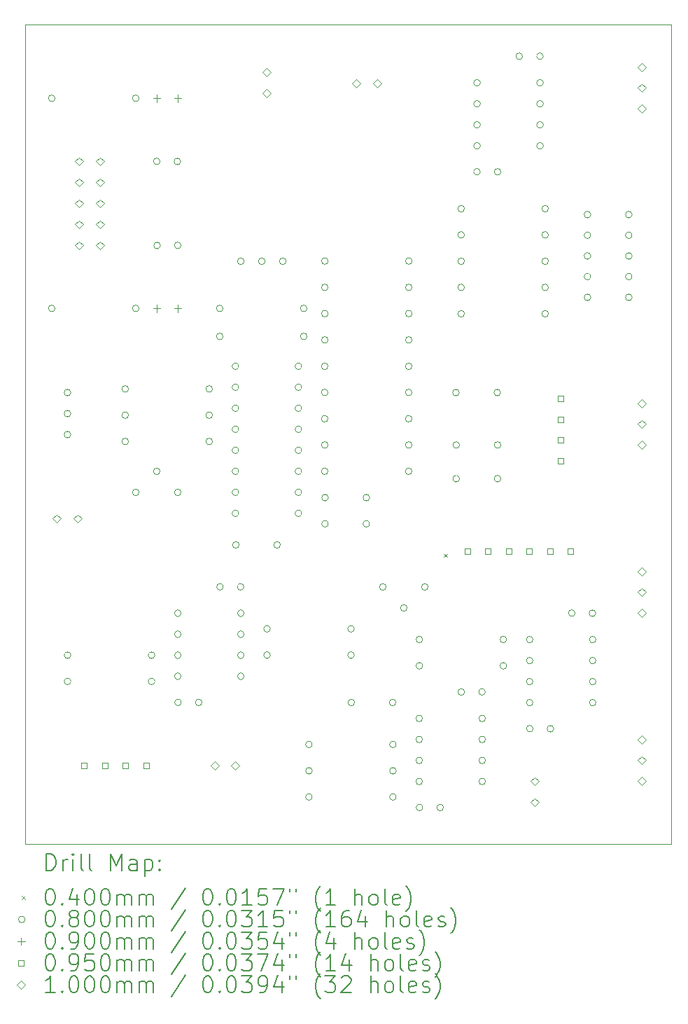
<source format=gbr>
%TF.GenerationSoftware,KiCad,Pcbnew,(6.0.11)*%
%TF.CreationDate,2023-07-27T19:07:24+09:00*%
%TF.ProjectId,3340VCO,33333430-5643-44f2-9e6b-696361645f70,1.0*%
%TF.SameCoordinates,Original*%
%TF.FileFunction,Drillmap*%
%TF.FilePolarity,Positive*%
%FSLAX45Y45*%
G04 Gerber Fmt 4.5, Leading zero omitted, Abs format (unit mm)*
G04 Created by KiCad (PCBNEW (6.0.11)) date 2023-07-27 19:07:24*
%MOMM*%
%LPD*%
G01*
G04 APERTURE LIST*
%ADD10C,0.100000*%
%ADD11C,0.200000*%
%ADD12C,0.040000*%
%ADD13C,0.080000*%
%ADD14C,0.090000*%
%ADD15C,0.095000*%
G04 APERTURE END LIST*
D10*
X17970500Y-5016500D02*
X10160000Y-5016500D01*
X10160000Y-5016500D02*
X10160000Y-14922500D01*
X10160000Y-14922500D02*
X17970500Y-14922500D01*
X17970500Y-14922500D02*
X17970500Y-5016500D01*
D11*
D12*
X15220000Y-11410000D02*
X15260000Y-11450000D01*
X15260000Y-11410000D02*
X15220000Y-11450000D01*
D13*
X10517500Y-5905500D02*
G75*
G03*
X10517500Y-5905500I-40000J0D01*
G01*
X10517500Y-8445500D02*
G75*
G03*
X10517500Y-8445500I-40000J0D01*
G01*
X10708000Y-9461500D02*
G75*
G03*
X10708000Y-9461500I-40000J0D01*
G01*
X10708000Y-9715500D02*
G75*
G03*
X10708000Y-9715500I-40000J0D01*
G01*
X10708000Y-9969500D02*
G75*
G03*
X10708000Y-9969500I-40000J0D01*
G01*
X10709000Y-12636500D02*
G75*
G03*
X10709000Y-12636500I-40000J0D01*
G01*
X10709000Y-12954000D02*
G75*
G03*
X10709000Y-12954000I-40000J0D01*
G01*
X11406500Y-9418000D02*
G75*
G03*
X11406500Y-9418000I-40000J0D01*
G01*
X11406500Y-9734500D02*
G75*
G03*
X11406500Y-9734500I-40000J0D01*
G01*
X11406500Y-10053000D02*
G75*
G03*
X11406500Y-10053000I-40000J0D01*
G01*
X11533500Y-5905500D02*
G75*
G03*
X11533500Y-5905500I-40000J0D01*
G01*
X11533500Y-8445500D02*
G75*
G03*
X11533500Y-8445500I-40000J0D01*
G01*
X11533500Y-10668000D02*
G75*
G03*
X11533500Y-10668000I-40000J0D01*
G01*
X11725000Y-12636500D02*
G75*
G03*
X11725000Y-12636500I-40000J0D01*
G01*
X11725000Y-12954000D02*
G75*
G03*
X11725000Y-12954000I-40000J0D01*
G01*
X11787500Y-6667500D02*
G75*
G03*
X11787500Y-6667500I-40000J0D01*
G01*
X11787500Y-10414000D02*
G75*
G03*
X11787500Y-10414000I-40000J0D01*
G01*
X11791500Y-7683500D02*
G75*
G03*
X11791500Y-7683500I-40000J0D01*
G01*
X12037500Y-6667500D02*
G75*
G03*
X12037500Y-6667500I-40000J0D01*
G01*
X12041500Y-7683500D02*
G75*
G03*
X12041500Y-7683500I-40000J0D01*
G01*
X12041500Y-10668000D02*
G75*
G03*
X12041500Y-10668000I-40000J0D01*
G01*
X12042500Y-12129500D02*
G75*
G03*
X12042500Y-12129500I-40000J0D01*
G01*
X12042500Y-12383500D02*
G75*
G03*
X12042500Y-12383500I-40000J0D01*
G01*
X12042500Y-12637500D02*
G75*
G03*
X12042500Y-12637500I-40000J0D01*
G01*
X12042500Y-12891500D02*
G75*
G03*
X12042500Y-12891500I-40000J0D01*
G01*
X12045500Y-13207000D02*
G75*
G03*
X12045500Y-13207000I-40000J0D01*
G01*
X12295500Y-13207000D02*
G75*
G03*
X12295500Y-13207000I-40000J0D01*
G01*
X12422500Y-9418000D02*
G75*
G03*
X12422500Y-9418000I-40000J0D01*
G01*
X12422500Y-9734500D02*
G75*
G03*
X12422500Y-9734500I-40000J0D01*
G01*
X12422500Y-10053000D02*
G75*
G03*
X12422500Y-10053000I-40000J0D01*
G01*
X12549500Y-8445500D02*
G75*
G03*
X12549500Y-8445500I-40000J0D01*
G01*
X12549500Y-8783000D02*
G75*
G03*
X12549500Y-8783000I-40000J0D01*
G01*
X12552500Y-11810000D02*
G75*
G03*
X12552500Y-11810000I-40000J0D01*
G01*
X12740000Y-9143000D02*
G75*
G03*
X12740000Y-9143000I-40000J0D01*
G01*
X12740000Y-9397000D02*
G75*
G03*
X12740000Y-9397000I-40000J0D01*
G01*
X12740000Y-9651000D02*
G75*
G03*
X12740000Y-9651000I-40000J0D01*
G01*
X12740000Y-9905000D02*
G75*
G03*
X12740000Y-9905000I-40000J0D01*
G01*
X12740000Y-10159000D02*
G75*
G03*
X12740000Y-10159000I-40000J0D01*
G01*
X12740000Y-10413000D02*
G75*
G03*
X12740000Y-10413000I-40000J0D01*
G01*
X12740000Y-10667000D02*
G75*
G03*
X12740000Y-10667000I-40000J0D01*
G01*
X12740000Y-10921000D02*
G75*
G03*
X12740000Y-10921000I-40000J0D01*
G01*
X12744000Y-11303000D02*
G75*
G03*
X12744000Y-11303000I-40000J0D01*
G01*
X12802500Y-11810000D02*
G75*
G03*
X12802500Y-11810000I-40000J0D01*
G01*
X12804500Y-7874000D02*
G75*
G03*
X12804500Y-7874000I-40000J0D01*
G01*
X12804500Y-12129500D02*
G75*
G03*
X12804500Y-12129500I-40000J0D01*
G01*
X12804500Y-12383500D02*
G75*
G03*
X12804500Y-12383500I-40000J0D01*
G01*
X12804500Y-12637500D02*
G75*
G03*
X12804500Y-12637500I-40000J0D01*
G01*
X12804500Y-12891500D02*
G75*
G03*
X12804500Y-12891500I-40000J0D01*
G01*
X13058500Y-7874000D02*
G75*
G03*
X13058500Y-7874000I-40000J0D01*
G01*
X13122000Y-12318000D02*
G75*
G03*
X13122000Y-12318000I-40000J0D01*
G01*
X13122000Y-12635500D02*
G75*
G03*
X13122000Y-12635500I-40000J0D01*
G01*
X13244000Y-11303000D02*
G75*
G03*
X13244000Y-11303000I-40000J0D01*
G01*
X13312500Y-7874000D02*
G75*
G03*
X13312500Y-7874000I-40000J0D01*
G01*
X13502000Y-9143000D02*
G75*
G03*
X13502000Y-9143000I-40000J0D01*
G01*
X13502000Y-9397000D02*
G75*
G03*
X13502000Y-9397000I-40000J0D01*
G01*
X13502000Y-9651000D02*
G75*
G03*
X13502000Y-9651000I-40000J0D01*
G01*
X13502000Y-9905000D02*
G75*
G03*
X13502000Y-9905000I-40000J0D01*
G01*
X13502000Y-10159000D02*
G75*
G03*
X13502000Y-10159000I-40000J0D01*
G01*
X13502000Y-10413000D02*
G75*
G03*
X13502000Y-10413000I-40000J0D01*
G01*
X13502000Y-10667000D02*
G75*
G03*
X13502000Y-10667000I-40000J0D01*
G01*
X13502000Y-10921000D02*
G75*
G03*
X13502000Y-10921000I-40000J0D01*
G01*
X13565500Y-8445500D02*
G75*
G03*
X13565500Y-8445500I-40000J0D01*
G01*
X13565500Y-8783000D02*
G75*
G03*
X13565500Y-8783000I-40000J0D01*
G01*
X13629000Y-13716000D02*
G75*
G03*
X13629000Y-13716000I-40000J0D01*
G01*
X13629000Y-14033500D02*
G75*
G03*
X13629000Y-14033500I-40000J0D01*
G01*
X13629000Y-14351000D02*
G75*
G03*
X13629000Y-14351000I-40000J0D01*
G01*
X13819500Y-9144000D02*
G75*
G03*
X13819500Y-9144000I-40000J0D01*
G01*
X13819500Y-9461500D02*
G75*
G03*
X13819500Y-9461500I-40000J0D01*
G01*
X13819500Y-9778000D02*
G75*
G03*
X13819500Y-9778000I-40000J0D01*
G01*
X13819500Y-10095500D02*
G75*
G03*
X13819500Y-10095500I-40000J0D01*
G01*
X13819500Y-10413000D02*
G75*
G03*
X13819500Y-10413000I-40000J0D01*
G01*
X13820500Y-7873000D02*
G75*
G03*
X13820500Y-7873000I-40000J0D01*
G01*
X13820500Y-8190500D02*
G75*
G03*
X13820500Y-8190500I-40000J0D01*
G01*
X13820500Y-8508000D02*
G75*
G03*
X13820500Y-8508000I-40000J0D01*
G01*
X13820500Y-8825500D02*
G75*
G03*
X13820500Y-8825500I-40000J0D01*
G01*
X13823500Y-10731500D02*
G75*
G03*
X13823500Y-10731500I-40000J0D01*
G01*
X13823500Y-11049000D02*
G75*
G03*
X13823500Y-11049000I-40000J0D01*
G01*
X14138000Y-12318000D02*
G75*
G03*
X14138000Y-12318000I-40000J0D01*
G01*
X14138000Y-12635500D02*
G75*
G03*
X14138000Y-12635500I-40000J0D01*
G01*
X14141000Y-13208000D02*
G75*
G03*
X14141000Y-13208000I-40000J0D01*
G01*
X14323500Y-10731500D02*
G75*
G03*
X14323500Y-10731500I-40000J0D01*
G01*
X14323500Y-11049000D02*
G75*
G03*
X14323500Y-11049000I-40000J0D01*
G01*
X14522000Y-11811000D02*
G75*
G03*
X14522000Y-11811000I-40000J0D01*
G01*
X14641000Y-13208000D02*
G75*
G03*
X14641000Y-13208000I-40000J0D01*
G01*
X14645000Y-13716000D02*
G75*
G03*
X14645000Y-13716000I-40000J0D01*
G01*
X14645000Y-14033500D02*
G75*
G03*
X14645000Y-14033500I-40000J0D01*
G01*
X14645000Y-14351000D02*
G75*
G03*
X14645000Y-14351000I-40000J0D01*
G01*
X14776000Y-12065000D02*
G75*
G03*
X14776000Y-12065000I-40000J0D01*
G01*
X14835500Y-9144000D02*
G75*
G03*
X14835500Y-9144000I-40000J0D01*
G01*
X14835500Y-9461500D02*
G75*
G03*
X14835500Y-9461500I-40000J0D01*
G01*
X14835500Y-9778000D02*
G75*
G03*
X14835500Y-9778000I-40000J0D01*
G01*
X14835500Y-10095500D02*
G75*
G03*
X14835500Y-10095500I-40000J0D01*
G01*
X14835500Y-10413000D02*
G75*
G03*
X14835500Y-10413000I-40000J0D01*
G01*
X14836500Y-7873000D02*
G75*
G03*
X14836500Y-7873000I-40000J0D01*
G01*
X14836500Y-8190500D02*
G75*
G03*
X14836500Y-8190500I-40000J0D01*
G01*
X14836500Y-8508000D02*
G75*
G03*
X14836500Y-8508000I-40000J0D01*
G01*
X14836500Y-8825500D02*
G75*
G03*
X14836500Y-8825500I-40000J0D01*
G01*
X14963500Y-13400500D02*
G75*
G03*
X14963500Y-13400500I-40000J0D01*
G01*
X14963500Y-13654500D02*
G75*
G03*
X14963500Y-13654500I-40000J0D01*
G01*
X14963500Y-13908500D02*
G75*
G03*
X14963500Y-13908500I-40000J0D01*
G01*
X14963500Y-14162500D02*
G75*
G03*
X14963500Y-14162500I-40000J0D01*
G01*
X14964500Y-12447000D02*
G75*
G03*
X14964500Y-12447000I-40000J0D01*
G01*
X14964500Y-12764500D02*
G75*
G03*
X14964500Y-12764500I-40000J0D01*
G01*
X14966500Y-14478000D02*
G75*
G03*
X14966500Y-14478000I-40000J0D01*
G01*
X15030000Y-11811000D02*
G75*
G03*
X15030000Y-11811000I-40000J0D01*
G01*
X15216500Y-14478000D02*
G75*
G03*
X15216500Y-14478000I-40000J0D01*
G01*
X15407000Y-9461500D02*
G75*
G03*
X15407000Y-9461500I-40000J0D01*
G01*
X15410252Y-10503332D02*
G75*
G03*
X15410252Y-10503332I-40000J0D01*
G01*
X15411000Y-10096500D02*
G75*
G03*
X15411000Y-10096500I-40000J0D01*
G01*
X15470500Y-7239000D02*
G75*
G03*
X15470500Y-7239000I-40000J0D01*
G01*
X15470500Y-7556500D02*
G75*
G03*
X15470500Y-7556500I-40000J0D01*
G01*
X15470500Y-7874000D02*
G75*
G03*
X15470500Y-7874000I-40000J0D01*
G01*
X15470500Y-8191500D02*
G75*
G03*
X15470500Y-8191500I-40000J0D01*
G01*
X15470500Y-8509000D02*
G75*
G03*
X15470500Y-8509000I-40000J0D01*
G01*
X15472500Y-13081000D02*
G75*
G03*
X15472500Y-13081000I-40000J0D01*
G01*
X15661000Y-6793500D02*
G75*
G03*
X15661000Y-6793500I-40000J0D01*
G01*
X15662000Y-5716000D02*
G75*
G03*
X15662000Y-5716000I-40000J0D01*
G01*
X15662000Y-5970000D02*
G75*
G03*
X15662000Y-5970000I-40000J0D01*
G01*
X15662000Y-6224000D02*
G75*
G03*
X15662000Y-6224000I-40000J0D01*
G01*
X15662000Y-6478000D02*
G75*
G03*
X15662000Y-6478000I-40000J0D01*
G01*
X15722500Y-13081000D02*
G75*
G03*
X15722500Y-13081000I-40000J0D01*
G01*
X15725500Y-13400500D02*
G75*
G03*
X15725500Y-13400500I-40000J0D01*
G01*
X15725500Y-13654500D02*
G75*
G03*
X15725500Y-13654500I-40000J0D01*
G01*
X15725500Y-13908500D02*
G75*
G03*
X15725500Y-13908500I-40000J0D01*
G01*
X15725500Y-14162500D02*
G75*
G03*
X15725500Y-14162500I-40000J0D01*
G01*
X15907000Y-9461500D02*
G75*
G03*
X15907000Y-9461500I-40000J0D01*
G01*
X15910252Y-10503332D02*
G75*
G03*
X15910252Y-10503332I-40000J0D01*
G01*
X15911000Y-6793500D02*
G75*
G03*
X15911000Y-6793500I-40000J0D01*
G01*
X15911000Y-10096500D02*
G75*
G03*
X15911000Y-10096500I-40000J0D01*
G01*
X15980500Y-12447000D02*
G75*
G03*
X15980500Y-12447000I-40000J0D01*
G01*
X15980500Y-12764500D02*
G75*
G03*
X15980500Y-12764500I-40000J0D01*
G01*
X16173000Y-5396500D02*
G75*
G03*
X16173000Y-5396500I-40000J0D01*
G01*
X16299000Y-12448000D02*
G75*
G03*
X16299000Y-12448000I-40000J0D01*
G01*
X16299000Y-12702000D02*
G75*
G03*
X16299000Y-12702000I-40000J0D01*
G01*
X16299000Y-12956000D02*
G75*
G03*
X16299000Y-12956000I-40000J0D01*
G01*
X16299000Y-13210000D02*
G75*
G03*
X16299000Y-13210000I-40000J0D01*
G01*
X16300000Y-13525500D02*
G75*
G03*
X16300000Y-13525500I-40000J0D01*
G01*
X16423000Y-5396500D02*
G75*
G03*
X16423000Y-5396500I-40000J0D01*
G01*
X16424000Y-5716000D02*
G75*
G03*
X16424000Y-5716000I-40000J0D01*
G01*
X16424000Y-5970000D02*
G75*
G03*
X16424000Y-5970000I-40000J0D01*
G01*
X16424000Y-6224000D02*
G75*
G03*
X16424000Y-6224000I-40000J0D01*
G01*
X16424000Y-6478000D02*
G75*
G03*
X16424000Y-6478000I-40000J0D01*
G01*
X16486500Y-7239000D02*
G75*
G03*
X16486500Y-7239000I-40000J0D01*
G01*
X16486500Y-7556500D02*
G75*
G03*
X16486500Y-7556500I-40000J0D01*
G01*
X16486500Y-7874000D02*
G75*
G03*
X16486500Y-7874000I-40000J0D01*
G01*
X16486500Y-8191500D02*
G75*
G03*
X16486500Y-8191500I-40000J0D01*
G01*
X16486500Y-8509000D02*
G75*
G03*
X16486500Y-8509000I-40000J0D01*
G01*
X16550000Y-13525500D02*
G75*
G03*
X16550000Y-13525500I-40000J0D01*
G01*
X16808000Y-12128500D02*
G75*
G03*
X16808000Y-12128500I-40000J0D01*
G01*
X16998250Y-7310500D02*
G75*
G03*
X16998250Y-7310500I-40000J0D01*
G01*
X16998250Y-7560500D02*
G75*
G03*
X16998250Y-7560500I-40000J0D01*
G01*
X16998250Y-7810500D02*
G75*
G03*
X16998250Y-7810500I-40000J0D01*
G01*
X16998250Y-8060500D02*
G75*
G03*
X16998250Y-8060500I-40000J0D01*
G01*
X16998250Y-8310500D02*
G75*
G03*
X16998250Y-8310500I-40000J0D01*
G01*
X17058000Y-12128500D02*
G75*
G03*
X17058000Y-12128500I-40000J0D01*
G01*
X17061000Y-12448000D02*
G75*
G03*
X17061000Y-12448000I-40000J0D01*
G01*
X17061000Y-12702000D02*
G75*
G03*
X17061000Y-12702000I-40000J0D01*
G01*
X17061000Y-12956000D02*
G75*
G03*
X17061000Y-12956000I-40000J0D01*
G01*
X17061000Y-13210000D02*
G75*
G03*
X17061000Y-13210000I-40000J0D01*
G01*
X17498250Y-7310500D02*
G75*
G03*
X17498250Y-7310500I-40000J0D01*
G01*
X17498250Y-7560500D02*
G75*
G03*
X17498250Y-7560500I-40000J0D01*
G01*
X17498250Y-7810500D02*
G75*
G03*
X17498250Y-7810500I-40000J0D01*
G01*
X17498250Y-8060500D02*
G75*
G03*
X17498250Y-8060500I-40000J0D01*
G01*
X17498250Y-8310500D02*
G75*
G03*
X17498250Y-8310500I-40000J0D01*
G01*
D14*
X11747500Y-5860500D02*
X11747500Y-5950500D01*
X11702500Y-5905500D02*
X11792500Y-5905500D01*
X11747500Y-8400500D02*
X11747500Y-8490500D01*
X11702500Y-8445500D02*
X11792500Y-8445500D01*
X12001500Y-5860500D02*
X12001500Y-5950500D01*
X11956500Y-5905500D02*
X12046500Y-5905500D01*
X12001500Y-8400500D02*
X12001500Y-8490500D01*
X11956500Y-8445500D02*
X12046500Y-8445500D01*
D15*
X10904088Y-14003588D02*
X10904088Y-13936412D01*
X10836912Y-13936412D01*
X10836912Y-14003588D01*
X10904088Y-14003588D01*
X11154088Y-14003588D02*
X11154088Y-13936412D01*
X11086912Y-13936412D01*
X11086912Y-14003588D01*
X11154088Y-14003588D01*
X11404088Y-14003588D02*
X11404088Y-13936412D01*
X11336912Y-13936412D01*
X11336912Y-14003588D01*
X11404088Y-14003588D01*
X11654088Y-14003588D02*
X11654088Y-13936412D01*
X11586912Y-13936412D01*
X11586912Y-14003588D01*
X11654088Y-14003588D01*
X15537588Y-11411088D02*
X15537588Y-11343912D01*
X15470412Y-11343912D01*
X15470412Y-11411088D01*
X15537588Y-11411088D01*
X15787588Y-11411088D02*
X15787588Y-11343912D01*
X15720412Y-11343912D01*
X15720412Y-11411088D01*
X15787588Y-11411088D01*
X16037588Y-11411088D02*
X16037588Y-11343912D01*
X15970412Y-11343912D01*
X15970412Y-11411088D01*
X16037588Y-11411088D01*
X16287588Y-11411088D02*
X16287588Y-11343912D01*
X16220412Y-11343912D01*
X16220412Y-11411088D01*
X16287588Y-11411088D01*
X16537588Y-11411088D02*
X16537588Y-11343912D01*
X16470412Y-11343912D01*
X16470412Y-11411088D01*
X16537588Y-11411088D01*
X16670588Y-9570588D02*
X16670588Y-9503412D01*
X16603412Y-9503412D01*
X16603412Y-9570588D01*
X16670588Y-9570588D01*
X16670588Y-9820588D02*
X16670588Y-9753412D01*
X16603412Y-9753412D01*
X16603412Y-9820588D01*
X16670588Y-9820588D01*
X16670588Y-10070588D02*
X16670588Y-10003412D01*
X16603412Y-10003412D01*
X16603412Y-10070588D01*
X16670588Y-10070588D01*
X16670588Y-10320588D02*
X16670588Y-10253412D01*
X16603412Y-10253412D01*
X16603412Y-10320588D01*
X16670588Y-10320588D01*
X16787588Y-11411088D02*
X16787588Y-11343912D01*
X16720412Y-11343912D01*
X16720412Y-11411088D01*
X16787588Y-11411088D01*
D10*
X10541000Y-11035500D02*
X10591000Y-10985500D01*
X10541000Y-10935500D01*
X10491000Y-10985500D01*
X10541000Y-11035500D01*
X10795000Y-11035500D02*
X10845000Y-10985500D01*
X10795000Y-10935500D01*
X10745000Y-10985500D01*
X10795000Y-11035500D01*
X10806750Y-6717500D02*
X10856750Y-6667500D01*
X10806750Y-6617500D01*
X10756750Y-6667500D01*
X10806750Y-6717500D01*
X10806750Y-6971500D02*
X10856750Y-6921500D01*
X10806750Y-6871500D01*
X10756750Y-6921500D01*
X10806750Y-6971500D01*
X10806750Y-7225500D02*
X10856750Y-7175500D01*
X10806750Y-7125500D01*
X10756750Y-7175500D01*
X10806750Y-7225500D01*
X10806750Y-7479500D02*
X10856750Y-7429500D01*
X10806750Y-7379500D01*
X10756750Y-7429500D01*
X10806750Y-7479500D01*
X10806750Y-7733500D02*
X10856750Y-7683500D01*
X10806750Y-7633500D01*
X10756750Y-7683500D01*
X10806750Y-7733500D01*
X11060750Y-6717500D02*
X11110750Y-6667500D01*
X11060750Y-6617500D01*
X11010750Y-6667500D01*
X11060750Y-6717500D01*
X11060750Y-6971500D02*
X11110750Y-6921500D01*
X11060750Y-6871500D01*
X11010750Y-6921500D01*
X11060750Y-6971500D01*
X11060750Y-7225500D02*
X11110750Y-7175500D01*
X11060750Y-7125500D01*
X11010750Y-7175500D01*
X11060750Y-7225500D01*
X11060750Y-7479500D02*
X11110750Y-7429500D01*
X11060750Y-7379500D01*
X11010750Y-7429500D01*
X11060750Y-7479500D01*
X11060750Y-7733500D02*
X11110750Y-7683500D01*
X11060750Y-7633500D01*
X11010750Y-7683500D01*
X11060750Y-7733500D01*
X12448000Y-14020000D02*
X12498000Y-13970000D01*
X12448000Y-13920000D01*
X12398000Y-13970000D01*
X12448000Y-14020000D01*
X12698000Y-14020000D02*
X12748000Y-13970000D01*
X12698000Y-13920000D01*
X12648000Y-13970000D01*
X12698000Y-14020000D01*
X13081000Y-5638000D02*
X13131000Y-5588000D01*
X13081000Y-5538000D01*
X13031000Y-5588000D01*
X13081000Y-5638000D01*
X13081000Y-5892000D02*
X13131000Y-5842000D01*
X13081000Y-5792000D01*
X13031000Y-5842000D01*
X13081000Y-5892000D01*
X14162500Y-5776000D02*
X14212500Y-5726000D01*
X14162500Y-5676000D01*
X14112500Y-5726000D01*
X14162500Y-5776000D01*
X14412500Y-5776000D02*
X14462500Y-5726000D01*
X14412500Y-5676000D01*
X14362500Y-5726000D01*
X14412500Y-5776000D01*
X16319500Y-14210500D02*
X16369500Y-14160500D01*
X16319500Y-14110500D01*
X16269500Y-14160500D01*
X16319500Y-14210500D01*
X16319500Y-14464500D02*
X16369500Y-14414500D01*
X16319500Y-14364500D01*
X16269500Y-14414500D01*
X16319500Y-14464500D01*
X17613000Y-5578500D02*
X17663000Y-5528500D01*
X17613000Y-5478500D01*
X17563000Y-5528500D01*
X17613000Y-5578500D01*
X17613000Y-5828500D02*
X17663000Y-5778500D01*
X17613000Y-5728500D01*
X17563000Y-5778500D01*
X17613000Y-5828500D01*
X17613000Y-6078500D02*
X17663000Y-6028500D01*
X17613000Y-5978500D01*
X17563000Y-6028500D01*
X17613000Y-6078500D01*
X17613000Y-9642500D02*
X17663000Y-9592500D01*
X17613000Y-9542500D01*
X17563000Y-9592500D01*
X17613000Y-9642500D01*
X17613000Y-9892500D02*
X17663000Y-9842500D01*
X17613000Y-9792500D01*
X17563000Y-9842500D01*
X17613000Y-9892500D01*
X17613000Y-10142500D02*
X17663000Y-10092500D01*
X17613000Y-10042500D01*
X17563000Y-10092500D01*
X17613000Y-10142500D01*
X17613000Y-11674500D02*
X17663000Y-11624500D01*
X17613000Y-11574500D01*
X17563000Y-11624500D01*
X17613000Y-11674500D01*
X17613000Y-11924500D02*
X17663000Y-11874500D01*
X17613000Y-11824500D01*
X17563000Y-11874500D01*
X17613000Y-11924500D01*
X17613000Y-12174500D02*
X17663000Y-12124500D01*
X17613000Y-12074500D01*
X17563000Y-12124500D01*
X17613000Y-12174500D01*
X17613000Y-13706500D02*
X17663000Y-13656500D01*
X17613000Y-13606500D01*
X17563000Y-13656500D01*
X17613000Y-13706500D01*
X17613000Y-13956500D02*
X17663000Y-13906500D01*
X17613000Y-13856500D01*
X17563000Y-13906500D01*
X17613000Y-13956500D01*
X17613000Y-14206500D02*
X17663000Y-14156500D01*
X17613000Y-14106500D01*
X17563000Y-14156500D01*
X17613000Y-14206500D01*
D11*
X10412619Y-15237976D02*
X10412619Y-15037976D01*
X10460238Y-15037976D01*
X10488810Y-15047500D01*
X10507857Y-15066548D01*
X10517381Y-15085595D01*
X10526905Y-15123690D01*
X10526905Y-15152262D01*
X10517381Y-15190357D01*
X10507857Y-15209405D01*
X10488810Y-15228452D01*
X10460238Y-15237976D01*
X10412619Y-15237976D01*
X10612619Y-15237976D02*
X10612619Y-15104643D01*
X10612619Y-15142738D02*
X10622143Y-15123690D01*
X10631667Y-15114167D01*
X10650714Y-15104643D01*
X10669762Y-15104643D01*
X10736429Y-15237976D02*
X10736429Y-15104643D01*
X10736429Y-15037976D02*
X10726905Y-15047500D01*
X10736429Y-15057024D01*
X10745952Y-15047500D01*
X10736429Y-15037976D01*
X10736429Y-15057024D01*
X10860238Y-15237976D02*
X10841190Y-15228452D01*
X10831667Y-15209405D01*
X10831667Y-15037976D01*
X10965000Y-15237976D02*
X10945952Y-15228452D01*
X10936429Y-15209405D01*
X10936429Y-15037976D01*
X11193571Y-15237976D02*
X11193571Y-15037976D01*
X11260238Y-15180833D01*
X11326905Y-15037976D01*
X11326905Y-15237976D01*
X11507857Y-15237976D02*
X11507857Y-15133214D01*
X11498333Y-15114167D01*
X11479286Y-15104643D01*
X11441190Y-15104643D01*
X11422143Y-15114167D01*
X11507857Y-15228452D02*
X11488809Y-15237976D01*
X11441190Y-15237976D01*
X11422143Y-15228452D01*
X11412619Y-15209405D01*
X11412619Y-15190357D01*
X11422143Y-15171309D01*
X11441190Y-15161786D01*
X11488809Y-15161786D01*
X11507857Y-15152262D01*
X11603095Y-15104643D02*
X11603095Y-15304643D01*
X11603095Y-15114167D02*
X11622143Y-15104643D01*
X11660238Y-15104643D01*
X11679286Y-15114167D01*
X11688809Y-15123690D01*
X11698333Y-15142738D01*
X11698333Y-15199881D01*
X11688809Y-15218928D01*
X11679286Y-15228452D01*
X11660238Y-15237976D01*
X11622143Y-15237976D01*
X11603095Y-15228452D01*
X11784048Y-15218928D02*
X11793571Y-15228452D01*
X11784048Y-15237976D01*
X11774524Y-15228452D01*
X11784048Y-15218928D01*
X11784048Y-15237976D01*
X11784048Y-15114167D02*
X11793571Y-15123690D01*
X11784048Y-15133214D01*
X11774524Y-15123690D01*
X11784048Y-15114167D01*
X11784048Y-15133214D01*
D12*
X10115000Y-15547500D02*
X10155000Y-15587500D01*
X10155000Y-15547500D02*
X10115000Y-15587500D01*
D11*
X10450714Y-15457976D02*
X10469762Y-15457976D01*
X10488810Y-15467500D01*
X10498333Y-15477024D01*
X10507857Y-15496071D01*
X10517381Y-15534167D01*
X10517381Y-15581786D01*
X10507857Y-15619881D01*
X10498333Y-15638928D01*
X10488810Y-15648452D01*
X10469762Y-15657976D01*
X10450714Y-15657976D01*
X10431667Y-15648452D01*
X10422143Y-15638928D01*
X10412619Y-15619881D01*
X10403095Y-15581786D01*
X10403095Y-15534167D01*
X10412619Y-15496071D01*
X10422143Y-15477024D01*
X10431667Y-15467500D01*
X10450714Y-15457976D01*
X10603095Y-15638928D02*
X10612619Y-15648452D01*
X10603095Y-15657976D01*
X10593571Y-15648452D01*
X10603095Y-15638928D01*
X10603095Y-15657976D01*
X10784048Y-15524643D02*
X10784048Y-15657976D01*
X10736429Y-15448452D02*
X10688810Y-15591309D01*
X10812619Y-15591309D01*
X10926905Y-15457976D02*
X10945952Y-15457976D01*
X10965000Y-15467500D01*
X10974524Y-15477024D01*
X10984048Y-15496071D01*
X10993571Y-15534167D01*
X10993571Y-15581786D01*
X10984048Y-15619881D01*
X10974524Y-15638928D01*
X10965000Y-15648452D01*
X10945952Y-15657976D01*
X10926905Y-15657976D01*
X10907857Y-15648452D01*
X10898333Y-15638928D01*
X10888810Y-15619881D01*
X10879286Y-15581786D01*
X10879286Y-15534167D01*
X10888810Y-15496071D01*
X10898333Y-15477024D01*
X10907857Y-15467500D01*
X10926905Y-15457976D01*
X11117381Y-15457976D02*
X11136429Y-15457976D01*
X11155476Y-15467500D01*
X11165000Y-15477024D01*
X11174524Y-15496071D01*
X11184048Y-15534167D01*
X11184048Y-15581786D01*
X11174524Y-15619881D01*
X11165000Y-15638928D01*
X11155476Y-15648452D01*
X11136429Y-15657976D01*
X11117381Y-15657976D01*
X11098333Y-15648452D01*
X11088810Y-15638928D01*
X11079286Y-15619881D01*
X11069762Y-15581786D01*
X11069762Y-15534167D01*
X11079286Y-15496071D01*
X11088810Y-15477024D01*
X11098333Y-15467500D01*
X11117381Y-15457976D01*
X11269762Y-15657976D02*
X11269762Y-15524643D01*
X11269762Y-15543690D02*
X11279286Y-15534167D01*
X11298333Y-15524643D01*
X11326905Y-15524643D01*
X11345952Y-15534167D01*
X11355476Y-15553214D01*
X11355476Y-15657976D01*
X11355476Y-15553214D02*
X11365000Y-15534167D01*
X11384048Y-15524643D01*
X11412619Y-15524643D01*
X11431667Y-15534167D01*
X11441190Y-15553214D01*
X11441190Y-15657976D01*
X11536428Y-15657976D02*
X11536428Y-15524643D01*
X11536428Y-15543690D02*
X11545952Y-15534167D01*
X11565000Y-15524643D01*
X11593571Y-15524643D01*
X11612619Y-15534167D01*
X11622143Y-15553214D01*
X11622143Y-15657976D01*
X11622143Y-15553214D02*
X11631667Y-15534167D01*
X11650714Y-15524643D01*
X11679286Y-15524643D01*
X11698333Y-15534167D01*
X11707857Y-15553214D01*
X11707857Y-15657976D01*
X12098333Y-15448452D02*
X11926905Y-15705595D01*
X12355476Y-15457976D02*
X12374524Y-15457976D01*
X12393571Y-15467500D01*
X12403095Y-15477024D01*
X12412619Y-15496071D01*
X12422143Y-15534167D01*
X12422143Y-15581786D01*
X12412619Y-15619881D01*
X12403095Y-15638928D01*
X12393571Y-15648452D01*
X12374524Y-15657976D01*
X12355476Y-15657976D01*
X12336428Y-15648452D01*
X12326905Y-15638928D01*
X12317381Y-15619881D01*
X12307857Y-15581786D01*
X12307857Y-15534167D01*
X12317381Y-15496071D01*
X12326905Y-15477024D01*
X12336428Y-15467500D01*
X12355476Y-15457976D01*
X12507857Y-15638928D02*
X12517381Y-15648452D01*
X12507857Y-15657976D01*
X12498333Y-15648452D01*
X12507857Y-15638928D01*
X12507857Y-15657976D01*
X12641190Y-15457976D02*
X12660238Y-15457976D01*
X12679286Y-15467500D01*
X12688809Y-15477024D01*
X12698333Y-15496071D01*
X12707857Y-15534167D01*
X12707857Y-15581786D01*
X12698333Y-15619881D01*
X12688809Y-15638928D01*
X12679286Y-15648452D01*
X12660238Y-15657976D01*
X12641190Y-15657976D01*
X12622143Y-15648452D01*
X12612619Y-15638928D01*
X12603095Y-15619881D01*
X12593571Y-15581786D01*
X12593571Y-15534167D01*
X12603095Y-15496071D01*
X12612619Y-15477024D01*
X12622143Y-15467500D01*
X12641190Y-15457976D01*
X12898333Y-15657976D02*
X12784048Y-15657976D01*
X12841190Y-15657976D02*
X12841190Y-15457976D01*
X12822143Y-15486548D01*
X12803095Y-15505595D01*
X12784048Y-15515119D01*
X13079286Y-15457976D02*
X12984048Y-15457976D01*
X12974524Y-15553214D01*
X12984048Y-15543690D01*
X13003095Y-15534167D01*
X13050714Y-15534167D01*
X13069762Y-15543690D01*
X13079286Y-15553214D01*
X13088809Y-15572262D01*
X13088809Y-15619881D01*
X13079286Y-15638928D01*
X13069762Y-15648452D01*
X13050714Y-15657976D01*
X13003095Y-15657976D01*
X12984048Y-15648452D01*
X12974524Y-15638928D01*
X13155476Y-15457976D02*
X13288809Y-15457976D01*
X13203095Y-15657976D01*
X13355476Y-15457976D02*
X13355476Y-15496071D01*
X13431667Y-15457976D02*
X13431667Y-15496071D01*
X13726905Y-15734167D02*
X13717381Y-15724643D01*
X13698333Y-15696071D01*
X13688809Y-15677024D01*
X13679286Y-15648452D01*
X13669762Y-15600833D01*
X13669762Y-15562738D01*
X13679286Y-15515119D01*
X13688809Y-15486548D01*
X13698333Y-15467500D01*
X13717381Y-15438928D01*
X13726905Y-15429405D01*
X13907857Y-15657976D02*
X13793571Y-15657976D01*
X13850714Y-15657976D02*
X13850714Y-15457976D01*
X13831667Y-15486548D01*
X13812619Y-15505595D01*
X13793571Y-15515119D01*
X14145952Y-15657976D02*
X14145952Y-15457976D01*
X14231667Y-15657976D02*
X14231667Y-15553214D01*
X14222143Y-15534167D01*
X14203095Y-15524643D01*
X14174524Y-15524643D01*
X14155476Y-15534167D01*
X14145952Y-15543690D01*
X14355476Y-15657976D02*
X14336428Y-15648452D01*
X14326905Y-15638928D01*
X14317381Y-15619881D01*
X14317381Y-15562738D01*
X14326905Y-15543690D01*
X14336428Y-15534167D01*
X14355476Y-15524643D01*
X14384048Y-15524643D01*
X14403095Y-15534167D01*
X14412619Y-15543690D01*
X14422143Y-15562738D01*
X14422143Y-15619881D01*
X14412619Y-15638928D01*
X14403095Y-15648452D01*
X14384048Y-15657976D01*
X14355476Y-15657976D01*
X14536428Y-15657976D02*
X14517381Y-15648452D01*
X14507857Y-15629405D01*
X14507857Y-15457976D01*
X14688809Y-15648452D02*
X14669762Y-15657976D01*
X14631667Y-15657976D01*
X14612619Y-15648452D01*
X14603095Y-15629405D01*
X14603095Y-15553214D01*
X14612619Y-15534167D01*
X14631667Y-15524643D01*
X14669762Y-15524643D01*
X14688809Y-15534167D01*
X14698333Y-15553214D01*
X14698333Y-15572262D01*
X14603095Y-15591309D01*
X14765000Y-15734167D02*
X14774524Y-15724643D01*
X14793571Y-15696071D01*
X14803095Y-15677024D01*
X14812619Y-15648452D01*
X14822143Y-15600833D01*
X14822143Y-15562738D01*
X14812619Y-15515119D01*
X14803095Y-15486548D01*
X14793571Y-15467500D01*
X14774524Y-15438928D01*
X14765000Y-15429405D01*
D13*
X10155000Y-15831500D02*
G75*
G03*
X10155000Y-15831500I-40000J0D01*
G01*
D11*
X10450714Y-15721976D02*
X10469762Y-15721976D01*
X10488810Y-15731500D01*
X10498333Y-15741024D01*
X10507857Y-15760071D01*
X10517381Y-15798167D01*
X10517381Y-15845786D01*
X10507857Y-15883881D01*
X10498333Y-15902928D01*
X10488810Y-15912452D01*
X10469762Y-15921976D01*
X10450714Y-15921976D01*
X10431667Y-15912452D01*
X10422143Y-15902928D01*
X10412619Y-15883881D01*
X10403095Y-15845786D01*
X10403095Y-15798167D01*
X10412619Y-15760071D01*
X10422143Y-15741024D01*
X10431667Y-15731500D01*
X10450714Y-15721976D01*
X10603095Y-15902928D02*
X10612619Y-15912452D01*
X10603095Y-15921976D01*
X10593571Y-15912452D01*
X10603095Y-15902928D01*
X10603095Y-15921976D01*
X10726905Y-15807690D02*
X10707857Y-15798167D01*
X10698333Y-15788643D01*
X10688810Y-15769595D01*
X10688810Y-15760071D01*
X10698333Y-15741024D01*
X10707857Y-15731500D01*
X10726905Y-15721976D01*
X10765000Y-15721976D01*
X10784048Y-15731500D01*
X10793571Y-15741024D01*
X10803095Y-15760071D01*
X10803095Y-15769595D01*
X10793571Y-15788643D01*
X10784048Y-15798167D01*
X10765000Y-15807690D01*
X10726905Y-15807690D01*
X10707857Y-15817214D01*
X10698333Y-15826738D01*
X10688810Y-15845786D01*
X10688810Y-15883881D01*
X10698333Y-15902928D01*
X10707857Y-15912452D01*
X10726905Y-15921976D01*
X10765000Y-15921976D01*
X10784048Y-15912452D01*
X10793571Y-15902928D01*
X10803095Y-15883881D01*
X10803095Y-15845786D01*
X10793571Y-15826738D01*
X10784048Y-15817214D01*
X10765000Y-15807690D01*
X10926905Y-15721976D02*
X10945952Y-15721976D01*
X10965000Y-15731500D01*
X10974524Y-15741024D01*
X10984048Y-15760071D01*
X10993571Y-15798167D01*
X10993571Y-15845786D01*
X10984048Y-15883881D01*
X10974524Y-15902928D01*
X10965000Y-15912452D01*
X10945952Y-15921976D01*
X10926905Y-15921976D01*
X10907857Y-15912452D01*
X10898333Y-15902928D01*
X10888810Y-15883881D01*
X10879286Y-15845786D01*
X10879286Y-15798167D01*
X10888810Y-15760071D01*
X10898333Y-15741024D01*
X10907857Y-15731500D01*
X10926905Y-15721976D01*
X11117381Y-15721976D02*
X11136429Y-15721976D01*
X11155476Y-15731500D01*
X11165000Y-15741024D01*
X11174524Y-15760071D01*
X11184048Y-15798167D01*
X11184048Y-15845786D01*
X11174524Y-15883881D01*
X11165000Y-15902928D01*
X11155476Y-15912452D01*
X11136429Y-15921976D01*
X11117381Y-15921976D01*
X11098333Y-15912452D01*
X11088810Y-15902928D01*
X11079286Y-15883881D01*
X11069762Y-15845786D01*
X11069762Y-15798167D01*
X11079286Y-15760071D01*
X11088810Y-15741024D01*
X11098333Y-15731500D01*
X11117381Y-15721976D01*
X11269762Y-15921976D02*
X11269762Y-15788643D01*
X11269762Y-15807690D02*
X11279286Y-15798167D01*
X11298333Y-15788643D01*
X11326905Y-15788643D01*
X11345952Y-15798167D01*
X11355476Y-15817214D01*
X11355476Y-15921976D01*
X11355476Y-15817214D02*
X11365000Y-15798167D01*
X11384048Y-15788643D01*
X11412619Y-15788643D01*
X11431667Y-15798167D01*
X11441190Y-15817214D01*
X11441190Y-15921976D01*
X11536428Y-15921976D02*
X11536428Y-15788643D01*
X11536428Y-15807690D02*
X11545952Y-15798167D01*
X11565000Y-15788643D01*
X11593571Y-15788643D01*
X11612619Y-15798167D01*
X11622143Y-15817214D01*
X11622143Y-15921976D01*
X11622143Y-15817214D02*
X11631667Y-15798167D01*
X11650714Y-15788643D01*
X11679286Y-15788643D01*
X11698333Y-15798167D01*
X11707857Y-15817214D01*
X11707857Y-15921976D01*
X12098333Y-15712452D02*
X11926905Y-15969595D01*
X12355476Y-15721976D02*
X12374524Y-15721976D01*
X12393571Y-15731500D01*
X12403095Y-15741024D01*
X12412619Y-15760071D01*
X12422143Y-15798167D01*
X12422143Y-15845786D01*
X12412619Y-15883881D01*
X12403095Y-15902928D01*
X12393571Y-15912452D01*
X12374524Y-15921976D01*
X12355476Y-15921976D01*
X12336428Y-15912452D01*
X12326905Y-15902928D01*
X12317381Y-15883881D01*
X12307857Y-15845786D01*
X12307857Y-15798167D01*
X12317381Y-15760071D01*
X12326905Y-15741024D01*
X12336428Y-15731500D01*
X12355476Y-15721976D01*
X12507857Y-15902928D02*
X12517381Y-15912452D01*
X12507857Y-15921976D01*
X12498333Y-15912452D01*
X12507857Y-15902928D01*
X12507857Y-15921976D01*
X12641190Y-15721976D02*
X12660238Y-15721976D01*
X12679286Y-15731500D01*
X12688809Y-15741024D01*
X12698333Y-15760071D01*
X12707857Y-15798167D01*
X12707857Y-15845786D01*
X12698333Y-15883881D01*
X12688809Y-15902928D01*
X12679286Y-15912452D01*
X12660238Y-15921976D01*
X12641190Y-15921976D01*
X12622143Y-15912452D01*
X12612619Y-15902928D01*
X12603095Y-15883881D01*
X12593571Y-15845786D01*
X12593571Y-15798167D01*
X12603095Y-15760071D01*
X12612619Y-15741024D01*
X12622143Y-15731500D01*
X12641190Y-15721976D01*
X12774524Y-15721976D02*
X12898333Y-15721976D01*
X12831667Y-15798167D01*
X12860238Y-15798167D01*
X12879286Y-15807690D01*
X12888809Y-15817214D01*
X12898333Y-15836262D01*
X12898333Y-15883881D01*
X12888809Y-15902928D01*
X12879286Y-15912452D01*
X12860238Y-15921976D01*
X12803095Y-15921976D01*
X12784048Y-15912452D01*
X12774524Y-15902928D01*
X13088809Y-15921976D02*
X12974524Y-15921976D01*
X13031667Y-15921976D02*
X13031667Y-15721976D01*
X13012619Y-15750548D01*
X12993571Y-15769595D01*
X12974524Y-15779119D01*
X13269762Y-15721976D02*
X13174524Y-15721976D01*
X13165000Y-15817214D01*
X13174524Y-15807690D01*
X13193571Y-15798167D01*
X13241190Y-15798167D01*
X13260238Y-15807690D01*
X13269762Y-15817214D01*
X13279286Y-15836262D01*
X13279286Y-15883881D01*
X13269762Y-15902928D01*
X13260238Y-15912452D01*
X13241190Y-15921976D01*
X13193571Y-15921976D01*
X13174524Y-15912452D01*
X13165000Y-15902928D01*
X13355476Y-15721976D02*
X13355476Y-15760071D01*
X13431667Y-15721976D02*
X13431667Y-15760071D01*
X13726905Y-15998167D02*
X13717381Y-15988643D01*
X13698333Y-15960071D01*
X13688809Y-15941024D01*
X13679286Y-15912452D01*
X13669762Y-15864833D01*
X13669762Y-15826738D01*
X13679286Y-15779119D01*
X13688809Y-15750548D01*
X13698333Y-15731500D01*
X13717381Y-15702928D01*
X13726905Y-15693405D01*
X13907857Y-15921976D02*
X13793571Y-15921976D01*
X13850714Y-15921976D02*
X13850714Y-15721976D01*
X13831667Y-15750548D01*
X13812619Y-15769595D01*
X13793571Y-15779119D01*
X14079286Y-15721976D02*
X14041190Y-15721976D01*
X14022143Y-15731500D01*
X14012619Y-15741024D01*
X13993571Y-15769595D01*
X13984048Y-15807690D01*
X13984048Y-15883881D01*
X13993571Y-15902928D01*
X14003095Y-15912452D01*
X14022143Y-15921976D01*
X14060238Y-15921976D01*
X14079286Y-15912452D01*
X14088809Y-15902928D01*
X14098333Y-15883881D01*
X14098333Y-15836262D01*
X14088809Y-15817214D01*
X14079286Y-15807690D01*
X14060238Y-15798167D01*
X14022143Y-15798167D01*
X14003095Y-15807690D01*
X13993571Y-15817214D01*
X13984048Y-15836262D01*
X14269762Y-15788643D02*
X14269762Y-15921976D01*
X14222143Y-15712452D02*
X14174524Y-15855309D01*
X14298333Y-15855309D01*
X14526905Y-15921976D02*
X14526905Y-15721976D01*
X14612619Y-15921976D02*
X14612619Y-15817214D01*
X14603095Y-15798167D01*
X14584048Y-15788643D01*
X14555476Y-15788643D01*
X14536428Y-15798167D01*
X14526905Y-15807690D01*
X14736428Y-15921976D02*
X14717381Y-15912452D01*
X14707857Y-15902928D01*
X14698333Y-15883881D01*
X14698333Y-15826738D01*
X14707857Y-15807690D01*
X14717381Y-15798167D01*
X14736428Y-15788643D01*
X14765000Y-15788643D01*
X14784048Y-15798167D01*
X14793571Y-15807690D01*
X14803095Y-15826738D01*
X14803095Y-15883881D01*
X14793571Y-15902928D01*
X14784048Y-15912452D01*
X14765000Y-15921976D01*
X14736428Y-15921976D01*
X14917381Y-15921976D02*
X14898333Y-15912452D01*
X14888809Y-15893405D01*
X14888809Y-15721976D01*
X15069762Y-15912452D02*
X15050714Y-15921976D01*
X15012619Y-15921976D01*
X14993571Y-15912452D01*
X14984048Y-15893405D01*
X14984048Y-15817214D01*
X14993571Y-15798167D01*
X15012619Y-15788643D01*
X15050714Y-15788643D01*
X15069762Y-15798167D01*
X15079286Y-15817214D01*
X15079286Y-15836262D01*
X14984048Y-15855309D01*
X15155476Y-15912452D02*
X15174524Y-15921976D01*
X15212619Y-15921976D01*
X15231667Y-15912452D01*
X15241190Y-15893405D01*
X15241190Y-15883881D01*
X15231667Y-15864833D01*
X15212619Y-15855309D01*
X15184048Y-15855309D01*
X15165000Y-15845786D01*
X15155476Y-15826738D01*
X15155476Y-15817214D01*
X15165000Y-15798167D01*
X15184048Y-15788643D01*
X15212619Y-15788643D01*
X15231667Y-15798167D01*
X15307857Y-15998167D02*
X15317381Y-15988643D01*
X15336428Y-15960071D01*
X15345952Y-15941024D01*
X15355476Y-15912452D01*
X15365000Y-15864833D01*
X15365000Y-15826738D01*
X15355476Y-15779119D01*
X15345952Y-15750548D01*
X15336428Y-15731500D01*
X15317381Y-15702928D01*
X15307857Y-15693405D01*
D14*
X10110000Y-16050500D02*
X10110000Y-16140500D01*
X10065000Y-16095500D02*
X10155000Y-16095500D01*
D11*
X10450714Y-15985976D02*
X10469762Y-15985976D01*
X10488810Y-15995500D01*
X10498333Y-16005024D01*
X10507857Y-16024071D01*
X10517381Y-16062167D01*
X10517381Y-16109786D01*
X10507857Y-16147881D01*
X10498333Y-16166928D01*
X10488810Y-16176452D01*
X10469762Y-16185976D01*
X10450714Y-16185976D01*
X10431667Y-16176452D01*
X10422143Y-16166928D01*
X10412619Y-16147881D01*
X10403095Y-16109786D01*
X10403095Y-16062167D01*
X10412619Y-16024071D01*
X10422143Y-16005024D01*
X10431667Y-15995500D01*
X10450714Y-15985976D01*
X10603095Y-16166928D02*
X10612619Y-16176452D01*
X10603095Y-16185976D01*
X10593571Y-16176452D01*
X10603095Y-16166928D01*
X10603095Y-16185976D01*
X10707857Y-16185976D02*
X10745952Y-16185976D01*
X10765000Y-16176452D01*
X10774524Y-16166928D01*
X10793571Y-16138357D01*
X10803095Y-16100262D01*
X10803095Y-16024071D01*
X10793571Y-16005024D01*
X10784048Y-15995500D01*
X10765000Y-15985976D01*
X10726905Y-15985976D01*
X10707857Y-15995500D01*
X10698333Y-16005024D01*
X10688810Y-16024071D01*
X10688810Y-16071690D01*
X10698333Y-16090738D01*
X10707857Y-16100262D01*
X10726905Y-16109786D01*
X10765000Y-16109786D01*
X10784048Y-16100262D01*
X10793571Y-16090738D01*
X10803095Y-16071690D01*
X10926905Y-15985976D02*
X10945952Y-15985976D01*
X10965000Y-15995500D01*
X10974524Y-16005024D01*
X10984048Y-16024071D01*
X10993571Y-16062167D01*
X10993571Y-16109786D01*
X10984048Y-16147881D01*
X10974524Y-16166928D01*
X10965000Y-16176452D01*
X10945952Y-16185976D01*
X10926905Y-16185976D01*
X10907857Y-16176452D01*
X10898333Y-16166928D01*
X10888810Y-16147881D01*
X10879286Y-16109786D01*
X10879286Y-16062167D01*
X10888810Y-16024071D01*
X10898333Y-16005024D01*
X10907857Y-15995500D01*
X10926905Y-15985976D01*
X11117381Y-15985976D02*
X11136429Y-15985976D01*
X11155476Y-15995500D01*
X11165000Y-16005024D01*
X11174524Y-16024071D01*
X11184048Y-16062167D01*
X11184048Y-16109786D01*
X11174524Y-16147881D01*
X11165000Y-16166928D01*
X11155476Y-16176452D01*
X11136429Y-16185976D01*
X11117381Y-16185976D01*
X11098333Y-16176452D01*
X11088810Y-16166928D01*
X11079286Y-16147881D01*
X11069762Y-16109786D01*
X11069762Y-16062167D01*
X11079286Y-16024071D01*
X11088810Y-16005024D01*
X11098333Y-15995500D01*
X11117381Y-15985976D01*
X11269762Y-16185976D02*
X11269762Y-16052643D01*
X11269762Y-16071690D02*
X11279286Y-16062167D01*
X11298333Y-16052643D01*
X11326905Y-16052643D01*
X11345952Y-16062167D01*
X11355476Y-16081214D01*
X11355476Y-16185976D01*
X11355476Y-16081214D02*
X11365000Y-16062167D01*
X11384048Y-16052643D01*
X11412619Y-16052643D01*
X11431667Y-16062167D01*
X11441190Y-16081214D01*
X11441190Y-16185976D01*
X11536428Y-16185976D02*
X11536428Y-16052643D01*
X11536428Y-16071690D02*
X11545952Y-16062167D01*
X11565000Y-16052643D01*
X11593571Y-16052643D01*
X11612619Y-16062167D01*
X11622143Y-16081214D01*
X11622143Y-16185976D01*
X11622143Y-16081214D02*
X11631667Y-16062167D01*
X11650714Y-16052643D01*
X11679286Y-16052643D01*
X11698333Y-16062167D01*
X11707857Y-16081214D01*
X11707857Y-16185976D01*
X12098333Y-15976452D02*
X11926905Y-16233595D01*
X12355476Y-15985976D02*
X12374524Y-15985976D01*
X12393571Y-15995500D01*
X12403095Y-16005024D01*
X12412619Y-16024071D01*
X12422143Y-16062167D01*
X12422143Y-16109786D01*
X12412619Y-16147881D01*
X12403095Y-16166928D01*
X12393571Y-16176452D01*
X12374524Y-16185976D01*
X12355476Y-16185976D01*
X12336428Y-16176452D01*
X12326905Y-16166928D01*
X12317381Y-16147881D01*
X12307857Y-16109786D01*
X12307857Y-16062167D01*
X12317381Y-16024071D01*
X12326905Y-16005024D01*
X12336428Y-15995500D01*
X12355476Y-15985976D01*
X12507857Y-16166928D02*
X12517381Y-16176452D01*
X12507857Y-16185976D01*
X12498333Y-16176452D01*
X12507857Y-16166928D01*
X12507857Y-16185976D01*
X12641190Y-15985976D02*
X12660238Y-15985976D01*
X12679286Y-15995500D01*
X12688809Y-16005024D01*
X12698333Y-16024071D01*
X12707857Y-16062167D01*
X12707857Y-16109786D01*
X12698333Y-16147881D01*
X12688809Y-16166928D01*
X12679286Y-16176452D01*
X12660238Y-16185976D01*
X12641190Y-16185976D01*
X12622143Y-16176452D01*
X12612619Y-16166928D01*
X12603095Y-16147881D01*
X12593571Y-16109786D01*
X12593571Y-16062167D01*
X12603095Y-16024071D01*
X12612619Y-16005024D01*
X12622143Y-15995500D01*
X12641190Y-15985976D01*
X12774524Y-15985976D02*
X12898333Y-15985976D01*
X12831667Y-16062167D01*
X12860238Y-16062167D01*
X12879286Y-16071690D01*
X12888809Y-16081214D01*
X12898333Y-16100262D01*
X12898333Y-16147881D01*
X12888809Y-16166928D01*
X12879286Y-16176452D01*
X12860238Y-16185976D01*
X12803095Y-16185976D01*
X12784048Y-16176452D01*
X12774524Y-16166928D01*
X13079286Y-15985976D02*
X12984048Y-15985976D01*
X12974524Y-16081214D01*
X12984048Y-16071690D01*
X13003095Y-16062167D01*
X13050714Y-16062167D01*
X13069762Y-16071690D01*
X13079286Y-16081214D01*
X13088809Y-16100262D01*
X13088809Y-16147881D01*
X13079286Y-16166928D01*
X13069762Y-16176452D01*
X13050714Y-16185976D01*
X13003095Y-16185976D01*
X12984048Y-16176452D01*
X12974524Y-16166928D01*
X13260238Y-16052643D02*
X13260238Y-16185976D01*
X13212619Y-15976452D02*
X13165000Y-16119309D01*
X13288809Y-16119309D01*
X13355476Y-15985976D02*
X13355476Y-16024071D01*
X13431667Y-15985976D02*
X13431667Y-16024071D01*
X13726905Y-16262167D02*
X13717381Y-16252643D01*
X13698333Y-16224071D01*
X13688809Y-16205024D01*
X13679286Y-16176452D01*
X13669762Y-16128833D01*
X13669762Y-16090738D01*
X13679286Y-16043119D01*
X13688809Y-16014548D01*
X13698333Y-15995500D01*
X13717381Y-15966928D01*
X13726905Y-15957405D01*
X13888809Y-16052643D02*
X13888809Y-16185976D01*
X13841190Y-15976452D02*
X13793571Y-16119309D01*
X13917381Y-16119309D01*
X14145952Y-16185976D02*
X14145952Y-15985976D01*
X14231667Y-16185976D02*
X14231667Y-16081214D01*
X14222143Y-16062167D01*
X14203095Y-16052643D01*
X14174524Y-16052643D01*
X14155476Y-16062167D01*
X14145952Y-16071690D01*
X14355476Y-16185976D02*
X14336428Y-16176452D01*
X14326905Y-16166928D01*
X14317381Y-16147881D01*
X14317381Y-16090738D01*
X14326905Y-16071690D01*
X14336428Y-16062167D01*
X14355476Y-16052643D01*
X14384048Y-16052643D01*
X14403095Y-16062167D01*
X14412619Y-16071690D01*
X14422143Y-16090738D01*
X14422143Y-16147881D01*
X14412619Y-16166928D01*
X14403095Y-16176452D01*
X14384048Y-16185976D01*
X14355476Y-16185976D01*
X14536428Y-16185976D02*
X14517381Y-16176452D01*
X14507857Y-16157405D01*
X14507857Y-15985976D01*
X14688809Y-16176452D02*
X14669762Y-16185976D01*
X14631667Y-16185976D01*
X14612619Y-16176452D01*
X14603095Y-16157405D01*
X14603095Y-16081214D01*
X14612619Y-16062167D01*
X14631667Y-16052643D01*
X14669762Y-16052643D01*
X14688809Y-16062167D01*
X14698333Y-16081214D01*
X14698333Y-16100262D01*
X14603095Y-16119309D01*
X14774524Y-16176452D02*
X14793571Y-16185976D01*
X14831667Y-16185976D01*
X14850714Y-16176452D01*
X14860238Y-16157405D01*
X14860238Y-16147881D01*
X14850714Y-16128833D01*
X14831667Y-16119309D01*
X14803095Y-16119309D01*
X14784048Y-16109786D01*
X14774524Y-16090738D01*
X14774524Y-16081214D01*
X14784048Y-16062167D01*
X14803095Y-16052643D01*
X14831667Y-16052643D01*
X14850714Y-16062167D01*
X14926905Y-16262167D02*
X14936428Y-16252643D01*
X14955476Y-16224071D01*
X14965000Y-16205024D01*
X14974524Y-16176452D01*
X14984048Y-16128833D01*
X14984048Y-16090738D01*
X14974524Y-16043119D01*
X14965000Y-16014548D01*
X14955476Y-15995500D01*
X14936428Y-15966928D01*
X14926905Y-15957405D01*
D15*
X10141088Y-16393088D02*
X10141088Y-16325912D01*
X10073912Y-16325912D01*
X10073912Y-16393088D01*
X10141088Y-16393088D01*
D11*
X10450714Y-16249976D02*
X10469762Y-16249976D01*
X10488810Y-16259500D01*
X10498333Y-16269024D01*
X10507857Y-16288071D01*
X10517381Y-16326167D01*
X10517381Y-16373786D01*
X10507857Y-16411881D01*
X10498333Y-16430928D01*
X10488810Y-16440452D01*
X10469762Y-16449976D01*
X10450714Y-16449976D01*
X10431667Y-16440452D01*
X10422143Y-16430928D01*
X10412619Y-16411881D01*
X10403095Y-16373786D01*
X10403095Y-16326167D01*
X10412619Y-16288071D01*
X10422143Y-16269024D01*
X10431667Y-16259500D01*
X10450714Y-16249976D01*
X10603095Y-16430928D02*
X10612619Y-16440452D01*
X10603095Y-16449976D01*
X10593571Y-16440452D01*
X10603095Y-16430928D01*
X10603095Y-16449976D01*
X10707857Y-16449976D02*
X10745952Y-16449976D01*
X10765000Y-16440452D01*
X10774524Y-16430928D01*
X10793571Y-16402357D01*
X10803095Y-16364262D01*
X10803095Y-16288071D01*
X10793571Y-16269024D01*
X10784048Y-16259500D01*
X10765000Y-16249976D01*
X10726905Y-16249976D01*
X10707857Y-16259500D01*
X10698333Y-16269024D01*
X10688810Y-16288071D01*
X10688810Y-16335690D01*
X10698333Y-16354738D01*
X10707857Y-16364262D01*
X10726905Y-16373786D01*
X10765000Y-16373786D01*
X10784048Y-16364262D01*
X10793571Y-16354738D01*
X10803095Y-16335690D01*
X10984048Y-16249976D02*
X10888810Y-16249976D01*
X10879286Y-16345214D01*
X10888810Y-16335690D01*
X10907857Y-16326167D01*
X10955476Y-16326167D01*
X10974524Y-16335690D01*
X10984048Y-16345214D01*
X10993571Y-16364262D01*
X10993571Y-16411881D01*
X10984048Y-16430928D01*
X10974524Y-16440452D01*
X10955476Y-16449976D01*
X10907857Y-16449976D01*
X10888810Y-16440452D01*
X10879286Y-16430928D01*
X11117381Y-16249976D02*
X11136429Y-16249976D01*
X11155476Y-16259500D01*
X11165000Y-16269024D01*
X11174524Y-16288071D01*
X11184048Y-16326167D01*
X11184048Y-16373786D01*
X11174524Y-16411881D01*
X11165000Y-16430928D01*
X11155476Y-16440452D01*
X11136429Y-16449976D01*
X11117381Y-16449976D01*
X11098333Y-16440452D01*
X11088810Y-16430928D01*
X11079286Y-16411881D01*
X11069762Y-16373786D01*
X11069762Y-16326167D01*
X11079286Y-16288071D01*
X11088810Y-16269024D01*
X11098333Y-16259500D01*
X11117381Y-16249976D01*
X11269762Y-16449976D02*
X11269762Y-16316643D01*
X11269762Y-16335690D02*
X11279286Y-16326167D01*
X11298333Y-16316643D01*
X11326905Y-16316643D01*
X11345952Y-16326167D01*
X11355476Y-16345214D01*
X11355476Y-16449976D01*
X11355476Y-16345214D02*
X11365000Y-16326167D01*
X11384048Y-16316643D01*
X11412619Y-16316643D01*
X11431667Y-16326167D01*
X11441190Y-16345214D01*
X11441190Y-16449976D01*
X11536428Y-16449976D02*
X11536428Y-16316643D01*
X11536428Y-16335690D02*
X11545952Y-16326167D01*
X11565000Y-16316643D01*
X11593571Y-16316643D01*
X11612619Y-16326167D01*
X11622143Y-16345214D01*
X11622143Y-16449976D01*
X11622143Y-16345214D02*
X11631667Y-16326167D01*
X11650714Y-16316643D01*
X11679286Y-16316643D01*
X11698333Y-16326167D01*
X11707857Y-16345214D01*
X11707857Y-16449976D01*
X12098333Y-16240452D02*
X11926905Y-16497595D01*
X12355476Y-16249976D02*
X12374524Y-16249976D01*
X12393571Y-16259500D01*
X12403095Y-16269024D01*
X12412619Y-16288071D01*
X12422143Y-16326167D01*
X12422143Y-16373786D01*
X12412619Y-16411881D01*
X12403095Y-16430928D01*
X12393571Y-16440452D01*
X12374524Y-16449976D01*
X12355476Y-16449976D01*
X12336428Y-16440452D01*
X12326905Y-16430928D01*
X12317381Y-16411881D01*
X12307857Y-16373786D01*
X12307857Y-16326167D01*
X12317381Y-16288071D01*
X12326905Y-16269024D01*
X12336428Y-16259500D01*
X12355476Y-16249976D01*
X12507857Y-16430928D02*
X12517381Y-16440452D01*
X12507857Y-16449976D01*
X12498333Y-16440452D01*
X12507857Y-16430928D01*
X12507857Y-16449976D01*
X12641190Y-16249976D02*
X12660238Y-16249976D01*
X12679286Y-16259500D01*
X12688809Y-16269024D01*
X12698333Y-16288071D01*
X12707857Y-16326167D01*
X12707857Y-16373786D01*
X12698333Y-16411881D01*
X12688809Y-16430928D01*
X12679286Y-16440452D01*
X12660238Y-16449976D01*
X12641190Y-16449976D01*
X12622143Y-16440452D01*
X12612619Y-16430928D01*
X12603095Y-16411881D01*
X12593571Y-16373786D01*
X12593571Y-16326167D01*
X12603095Y-16288071D01*
X12612619Y-16269024D01*
X12622143Y-16259500D01*
X12641190Y-16249976D01*
X12774524Y-16249976D02*
X12898333Y-16249976D01*
X12831667Y-16326167D01*
X12860238Y-16326167D01*
X12879286Y-16335690D01*
X12888809Y-16345214D01*
X12898333Y-16364262D01*
X12898333Y-16411881D01*
X12888809Y-16430928D01*
X12879286Y-16440452D01*
X12860238Y-16449976D01*
X12803095Y-16449976D01*
X12784048Y-16440452D01*
X12774524Y-16430928D01*
X12965000Y-16249976D02*
X13098333Y-16249976D01*
X13012619Y-16449976D01*
X13260238Y-16316643D02*
X13260238Y-16449976D01*
X13212619Y-16240452D02*
X13165000Y-16383309D01*
X13288809Y-16383309D01*
X13355476Y-16249976D02*
X13355476Y-16288071D01*
X13431667Y-16249976D02*
X13431667Y-16288071D01*
X13726905Y-16526167D02*
X13717381Y-16516643D01*
X13698333Y-16488071D01*
X13688809Y-16469024D01*
X13679286Y-16440452D01*
X13669762Y-16392833D01*
X13669762Y-16354738D01*
X13679286Y-16307119D01*
X13688809Y-16278548D01*
X13698333Y-16259500D01*
X13717381Y-16230928D01*
X13726905Y-16221405D01*
X13907857Y-16449976D02*
X13793571Y-16449976D01*
X13850714Y-16449976D02*
X13850714Y-16249976D01*
X13831667Y-16278548D01*
X13812619Y-16297595D01*
X13793571Y-16307119D01*
X14079286Y-16316643D02*
X14079286Y-16449976D01*
X14031667Y-16240452D02*
X13984048Y-16383309D01*
X14107857Y-16383309D01*
X14336428Y-16449976D02*
X14336428Y-16249976D01*
X14422143Y-16449976D02*
X14422143Y-16345214D01*
X14412619Y-16326167D01*
X14393571Y-16316643D01*
X14365000Y-16316643D01*
X14345952Y-16326167D01*
X14336428Y-16335690D01*
X14545952Y-16449976D02*
X14526905Y-16440452D01*
X14517381Y-16430928D01*
X14507857Y-16411881D01*
X14507857Y-16354738D01*
X14517381Y-16335690D01*
X14526905Y-16326167D01*
X14545952Y-16316643D01*
X14574524Y-16316643D01*
X14593571Y-16326167D01*
X14603095Y-16335690D01*
X14612619Y-16354738D01*
X14612619Y-16411881D01*
X14603095Y-16430928D01*
X14593571Y-16440452D01*
X14574524Y-16449976D01*
X14545952Y-16449976D01*
X14726905Y-16449976D02*
X14707857Y-16440452D01*
X14698333Y-16421405D01*
X14698333Y-16249976D01*
X14879286Y-16440452D02*
X14860238Y-16449976D01*
X14822143Y-16449976D01*
X14803095Y-16440452D01*
X14793571Y-16421405D01*
X14793571Y-16345214D01*
X14803095Y-16326167D01*
X14822143Y-16316643D01*
X14860238Y-16316643D01*
X14879286Y-16326167D01*
X14888809Y-16345214D01*
X14888809Y-16364262D01*
X14793571Y-16383309D01*
X14965000Y-16440452D02*
X14984048Y-16449976D01*
X15022143Y-16449976D01*
X15041190Y-16440452D01*
X15050714Y-16421405D01*
X15050714Y-16411881D01*
X15041190Y-16392833D01*
X15022143Y-16383309D01*
X14993571Y-16383309D01*
X14974524Y-16373786D01*
X14965000Y-16354738D01*
X14965000Y-16345214D01*
X14974524Y-16326167D01*
X14993571Y-16316643D01*
X15022143Y-16316643D01*
X15041190Y-16326167D01*
X15117381Y-16526167D02*
X15126905Y-16516643D01*
X15145952Y-16488071D01*
X15155476Y-16469024D01*
X15165000Y-16440452D01*
X15174524Y-16392833D01*
X15174524Y-16354738D01*
X15165000Y-16307119D01*
X15155476Y-16278548D01*
X15145952Y-16259500D01*
X15126905Y-16230928D01*
X15117381Y-16221405D01*
D10*
X10105000Y-16673500D02*
X10155000Y-16623500D01*
X10105000Y-16573500D01*
X10055000Y-16623500D01*
X10105000Y-16673500D01*
D11*
X10517381Y-16713976D02*
X10403095Y-16713976D01*
X10460238Y-16713976D02*
X10460238Y-16513976D01*
X10441190Y-16542548D01*
X10422143Y-16561595D01*
X10403095Y-16571119D01*
X10603095Y-16694928D02*
X10612619Y-16704452D01*
X10603095Y-16713976D01*
X10593571Y-16704452D01*
X10603095Y-16694928D01*
X10603095Y-16713976D01*
X10736429Y-16513976D02*
X10755476Y-16513976D01*
X10774524Y-16523500D01*
X10784048Y-16533024D01*
X10793571Y-16552071D01*
X10803095Y-16590167D01*
X10803095Y-16637786D01*
X10793571Y-16675881D01*
X10784048Y-16694928D01*
X10774524Y-16704452D01*
X10755476Y-16713976D01*
X10736429Y-16713976D01*
X10717381Y-16704452D01*
X10707857Y-16694928D01*
X10698333Y-16675881D01*
X10688810Y-16637786D01*
X10688810Y-16590167D01*
X10698333Y-16552071D01*
X10707857Y-16533024D01*
X10717381Y-16523500D01*
X10736429Y-16513976D01*
X10926905Y-16513976D02*
X10945952Y-16513976D01*
X10965000Y-16523500D01*
X10974524Y-16533024D01*
X10984048Y-16552071D01*
X10993571Y-16590167D01*
X10993571Y-16637786D01*
X10984048Y-16675881D01*
X10974524Y-16694928D01*
X10965000Y-16704452D01*
X10945952Y-16713976D01*
X10926905Y-16713976D01*
X10907857Y-16704452D01*
X10898333Y-16694928D01*
X10888810Y-16675881D01*
X10879286Y-16637786D01*
X10879286Y-16590167D01*
X10888810Y-16552071D01*
X10898333Y-16533024D01*
X10907857Y-16523500D01*
X10926905Y-16513976D01*
X11117381Y-16513976D02*
X11136429Y-16513976D01*
X11155476Y-16523500D01*
X11165000Y-16533024D01*
X11174524Y-16552071D01*
X11184048Y-16590167D01*
X11184048Y-16637786D01*
X11174524Y-16675881D01*
X11165000Y-16694928D01*
X11155476Y-16704452D01*
X11136429Y-16713976D01*
X11117381Y-16713976D01*
X11098333Y-16704452D01*
X11088810Y-16694928D01*
X11079286Y-16675881D01*
X11069762Y-16637786D01*
X11069762Y-16590167D01*
X11079286Y-16552071D01*
X11088810Y-16533024D01*
X11098333Y-16523500D01*
X11117381Y-16513976D01*
X11269762Y-16713976D02*
X11269762Y-16580643D01*
X11269762Y-16599690D02*
X11279286Y-16590167D01*
X11298333Y-16580643D01*
X11326905Y-16580643D01*
X11345952Y-16590167D01*
X11355476Y-16609214D01*
X11355476Y-16713976D01*
X11355476Y-16609214D02*
X11365000Y-16590167D01*
X11384048Y-16580643D01*
X11412619Y-16580643D01*
X11431667Y-16590167D01*
X11441190Y-16609214D01*
X11441190Y-16713976D01*
X11536428Y-16713976D02*
X11536428Y-16580643D01*
X11536428Y-16599690D02*
X11545952Y-16590167D01*
X11565000Y-16580643D01*
X11593571Y-16580643D01*
X11612619Y-16590167D01*
X11622143Y-16609214D01*
X11622143Y-16713976D01*
X11622143Y-16609214D02*
X11631667Y-16590167D01*
X11650714Y-16580643D01*
X11679286Y-16580643D01*
X11698333Y-16590167D01*
X11707857Y-16609214D01*
X11707857Y-16713976D01*
X12098333Y-16504452D02*
X11926905Y-16761595D01*
X12355476Y-16513976D02*
X12374524Y-16513976D01*
X12393571Y-16523500D01*
X12403095Y-16533024D01*
X12412619Y-16552071D01*
X12422143Y-16590167D01*
X12422143Y-16637786D01*
X12412619Y-16675881D01*
X12403095Y-16694928D01*
X12393571Y-16704452D01*
X12374524Y-16713976D01*
X12355476Y-16713976D01*
X12336428Y-16704452D01*
X12326905Y-16694928D01*
X12317381Y-16675881D01*
X12307857Y-16637786D01*
X12307857Y-16590167D01*
X12317381Y-16552071D01*
X12326905Y-16533024D01*
X12336428Y-16523500D01*
X12355476Y-16513976D01*
X12507857Y-16694928D02*
X12517381Y-16704452D01*
X12507857Y-16713976D01*
X12498333Y-16704452D01*
X12507857Y-16694928D01*
X12507857Y-16713976D01*
X12641190Y-16513976D02*
X12660238Y-16513976D01*
X12679286Y-16523500D01*
X12688809Y-16533024D01*
X12698333Y-16552071D01*
X12707857Y-16590167D01*
X12707857Y-16637786D01*
X12698333Y-16675881D01*
X12688809Y-16694928D01*
X12679286Y-16704452D01*
X12660238Y-16713976D01*
X12641190Y-16713976D01*
X12622143Y-16704452D01*
X12612619Y-16694928D01*
X12603095Y-16675881D01*
X12593571Y-16637786D01*
X12593571Y-16590167D01*
X12603095Y-16552071D01*
X12612619Y-16533024D01*
X12622143Y-16523500D01*
X12641190Y-16513976D01*
X12774524Y-16513976D02*
X12898333Y-16513976D01*
X12831667Y-16590167D01*
X12860238Y-16590167D01*
X12879286Y-16599690D01*
X12888809Y-16609214D01*
X12898333Y-16628262D01*
X12898333Y-16675881D01*
X12888809Y-16694928D01*
X12879286Y-16704452D01*
X12860238Y-16713976D01*
X12803095Y-16713976D01*
X12784048Y-16704452D01*
X12774524Y-16694928D01*
X12993571Y-16713976D02*
X13031667Y-16713976D01*
X13050714Y-16704452D01*
X13060238Y-16694928D01*
X13079286Y-16666357D01*
X13088809Y-16628262D01*
X13088809Y-16552071D01*
X13079286Y-16533024D01*
X13069762Y-16523500D01*
X13050714Y-16513976D01*
X13012619Y-16513976D01*
X12993571Y-16523500D01*
X12984048Y-16533024D01*
X12974524Y-16552071D01*
X12974524Y-16599690D01*
X12984048Y-16618738D01*
X12993571Y-16628262D01*
X13012619Y-16637786D01*
X13050714Y-16637786D01*
X13069762Y-16628262D01*
X13079286Y-16618738D01*
X13088809Y-16599690D01*
X13260238Y-16580643D02*
X13260238Y-16713976D01*
X13212619Y-16504452D02*
X13165000Y-16647309D01*
X13288809Y-16647309D01*
X13355476Y-16513976D02*
X13355476Y-16552071D01*
X13431667Y-16513976D02*
X13431667Y-16552071D01*
X13726905Y-16790167D02*
X13717381Y-16780643D01*
X13698333Y-16752071D01*
X13688809Y-16733024D01*
X13679286Y-16704452D01*
X13669762Y-16656833D01*
X13669762Y-16618738D01*
X13679286Y-16571119D01*
X13688809Y-16542548D01*
X13698333Y-16523500D01*
X13717381Y-16494928D01*
X13726905Y-16485405D01*
X13784048Y-16513976D02*
X13907857Y-16513976D01*
X13841190Y-16590167D01*
X13869762Y-16590167D01*
X13888809Y-16599690D01*
X13898333Y-16609214D01*
X13907857Y-16628262D01*
X13907857Y-16675881D01*
X13898333Y-16694928D01*
X13888809Y-16704452D01*
X13869762Y-16713976D01*
X13812619Y-16713976D01*
X13793571Y-16704452D01*
X13784048Y-16694928D01*
X13984048Y-16533024D02*
X13993571Y-16523500D01*
X14012619Y-16513976D01*
X14060238Y-16513976D01*
X14079286Y-16523500D01*
X14088809Y-16533024D01*
X14098333Y-16552071D01*
X14098333Y-16571119D01*
X14088809Y-16599690D01*
X13974524Y-16713976D01*
X14098333Y-16713976D01*
X14336428Y-16713976D02*
X14336428Y-16513976D01*
X14422143Y-16713976D02*
X14422143Y-16609214D01*
X14412619Y-16590167D01*
X14393571Y-16580643D01*
X14365000Y-16580643D01*
X14345952Y-16590167D01*
X14336428Y-16599690D01*
X14545952Y-16713976D02*
X14526905Y-16704452D01*
X14517381Y-16694928D01*
X14507857Y-16675881D01*
X14507857Y-16618738D01*
X14517381Y-16599690D01*
X14526905Y-16590167D01*
X14545952Y-16580643D01*
X14574524Y-16580643D01*
X14593571Y-16590167D01*
X14603095Y-16599690D01*
X14612619Y-16618738D01*
X14612619Y-16675881D01*
X14603095Y-16694928D01*
X14593571Y-16704452D01*
X14574524Y-16713976D01*
X14545952Y-16713976D01*
X14726905Y-16713976D02*
X14707857Y-16704452D01*
X14698333Y-16685405D01*
X14698333Y-16513976D01*
X14879286Y-16704452D02*
X14860238Y-16713976D01*
X14822143Y-16713976D01*
X14803095Y-16704452D01*
X14793571Y-16685405D01*
X14793571Y-16609214D01*
X14803095Y-16590167D01*
X14822143Y-16580643D01*
X14860238Y-16580643D01*
X14879286Y-16590167D01*
X14888809Y-16609214D01*
X14888809Y-16628262D01*
X14793571Y-16647309D01*
X14965000Y-16704452D02*
X14984048Y-16713976D01*
X15022143Y-16713976D01*
X15041190Y-16704452D01*
X15050714Y-16685405D01*
X15050714Y-16675881D01*
X15041190Y-16656833D01*
X15022143Y-16647309D01*
X14993571Y-16647309D01*
X14974524Y-16637786D01*
X14965000Y-16618738D01*
X14965000Y-16609214D01*
X14974524Y-16590167D01*
X14993571Y-16580643D01*
X15022143Y-16580643D01*
X15041190Y-16590167D01*
X15117381Y-16790167D02*
X15126905Y-16780643D01*
X15145952Y-16752071D01*
X15155476Y-16733024D01*
X15165000Y-16704452D01*
X15174524Y-16656833D01*
X15174524Y-16618738D01*
X15165000Y-16571119D01*
X15155476Y-16542548D01*
X15145952Y-16523500D01*
X15126905Y-16494928D01*
X15117381Y-16485405D01*
M02*

</source>
